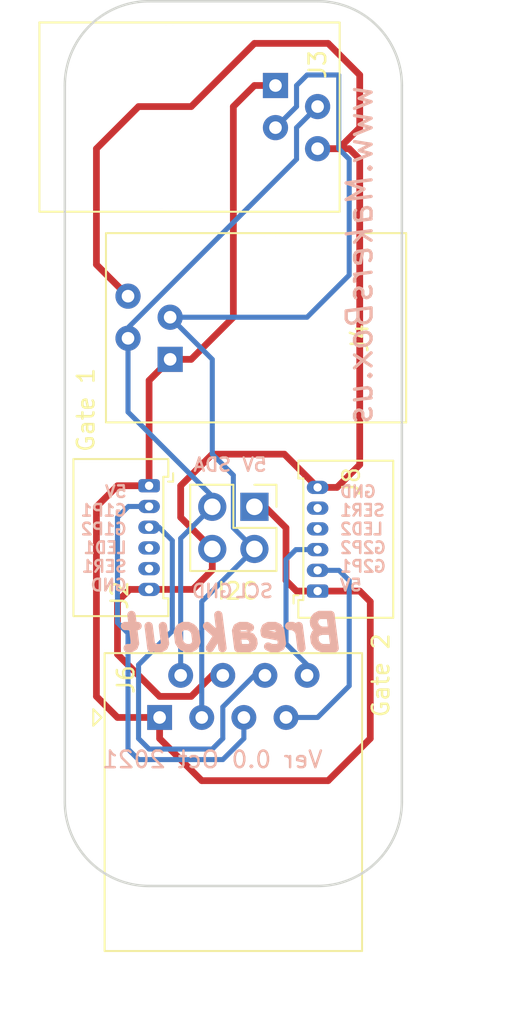
<source format=kicad_pcb>
(kicad_pcb (version 20171130) (host pcbnew "(5.1.10)-1")

  (general
    (thickness 1.6)
    (drawings 19)
    (tracks 110)
    (zones 0)
    (modules 6)
    (nets 13)
  )

  (page A4)
  (layers
    (0 F.Cu signal)
    (31 B.Cu signal)
    (32 B.Adhes user)
    (33 F.Adhes user)
    (34 B.Paste user)
    (35 F.Paste user)
    (36 B.SilkS user)
    (37 F.SilkS user)
    (38 B.Mask user)
    (39 F.Mask user)
    (40 Dwgs.User user)
    (41 Cmts.User user)
    (42 Eco1.User user)
    (43 Eco2.User user)
    (44 Edge.Cuts user)
    (45 Margin user)
    (46 B.CrtYd user)
    (47 F.CrtYd user)
    (48 B.Fab user)
    (49 F.Fab user)
  )

  (setup
    (last_trace_width 0.3048)
    (user_trace_width 0.3048)
    (user_trace_width 0.4064)
    (trace_clearance 0.2)
    (zone_clearance 0.508)
    (zone_45_only no)
    (trace_min 0.2)
    (via_size 0.8)
    (via_drill 0.4)
    (via_min_size 0.4)
    (via_min_drill 0.3)
    (uvia_size 0.3)
    (uvia_drill 0.1)
    (uvias_allowed no)
    (uvia_min_size 0.2)
    (uvia_min_drill 0.1)
    (edge_width 0.15)
    (segment_width 0.2)
    (pcb_text_width 0.3)
    (pcb_text_size 1.5 1.5)
    (mod_edge_width 0.15)
    (mod_text_size 1 1)
    (mod_text_width 0.15)
    (pad_size 1.524 1.524)
    (pad_drill 0.762)
    (pad_to_mask_clearance 0)
    (aux_axis_origin 0 0)
    (visible_elements 7FFFFFFF)
    (pcbplotparams
      (layerselection 0x010f0_ffffffff)
      (usegerberextensions true)
      (usegerberattributes false)
      (usegerberadvancedattributes false)
      (creategerberjobfile false)
      (excludeedgelayer true)
      (linewidth 0.100000)
      (plotframeref false)
      (viasonmask false)
      (mode 1)
      (useauxorigin false)
      (hpglpennumber 1)
      (hpglpenspeed 20)
      (hpglpendiameter 15.000000)
      (psnegative false)
      (psa4output false)
      (plotreference true)
      (plotvalue true)
      (plotinvisibletext false)
      (padsonsilk false)
      (subtractmaskfromsilk false)
      (outputformat 1)
      (mirror false)
      (drillshape 0)
      (scaleselection 1)
      (outputdirectory "gerbers"))
  )

  (net 0 "")
  (net 1 GND)
  (net 2 /SDA)
  (net 3 /SCL)
  (net 4 +5V)
  (net 5 /LED2)
  (net 6 /SERVO1)
  (net 7 /SERVO2)
  (net 8 /LED1)
  (net 9 /G1_P1)
  (net 10 /G1_P2)
  (net 11 /G2_P2)
  (net 12 /G2_P1)

  (net_class Default "This is the default net class."
    (clearance 0.2)
    (trace_width 0.25)
    (via_dia 0.8)
    (via_drill 0.4)
    (uvia_dia 0.3)
    (uvia_drill 0.1)
    (add_net +5V)
    (add_net /G1_P1)
    (add_net /G1_P2)
    (add_net /G2_P1)
    (add_net /G2_P2)
    (add_net /LED1)
    (add_net /LED2)
    (add_net /SCL)
    (add_net /SDA)
    (add_net /SERVO1)
    (add_net /SERVO2)
    (add_net GND)
  )

  (module footprints:RJ45_Amphenol_54602-x08_Horizontal (layer F.Cu) (tedit 6175A321) (tstamp 617BF7CF)
    (at 117.475 147.32)
    (descr "8 Pol Shallow Latch Connector, Modjack, RJ45 (https://cdn.amphenol-icc.com/media/wysiwyg/files/drawing/c-bmj-0102.pdf)")
    (tags RJ45)
    (path /617B99C0)
    (fp_text reference J6 (at -2.032 -2.286 90) (layer F.SilkS)
      (effects (font (size 1 1) (thickness 0.15)))
    )
    (fp_text value "GATES 1&2" (at -4.572 5.842 90) (layer F.SilkS) hide
      (effects (font (size 1 1) (thickness 0.15)))
    )
    (fp_line (start 12.6 14.47) (end -3.71 14.47) (layer F.CrtYd) (width 0.05))
    (fp_line (start 12.6 14.47) (end 12.6 -4.27) (layer F.CrtYd) (width 0.05))
    (fp_line (start -3.71 -4.27) (end -3.71 14.47) (layer F.CrtYd) (width 0.05))
    (fp_line (start -3.71 -4.27) (end 12.6 -4.27) (layer F.CrtYd) (width 0.05))
    (fp_line (start -3.315 -3.88) (end -3.315 14.08) (layer F.SilkS) (width 0.12))
    (fp_line (start 12.205 -3.88) (end -3.315 -3.88) (layer F.SilkS) (width 0.12))
    (fp_line (start 12.205 -3.88) (end 12.205 14.08) (layer F.SilkS) (width 0.12))
    (fp_line (start -3.315 14.08) (end 12.205 14.08) (layer F.SilkS) (width 0.12))
    (fp_line (start -3.205 -2.77) (end -2.205 -3.77) (layer F.Fab) (width 0.12))
    (fp_line (start -2.205 -3.77) (end 12.095 -3.77) (layer F.Fab) (width 0.12))
    (fp_line (start 12.095 -3.77) (end 12.095 13.97) (layer F.Fab) (width 0.12))
    (fp_line (start 12.095 13.97) (end -3.205 13.97) (layer F.Fab) (width 0.12))
    (fp_line (start -3.205 13.97) (end -3.205 -2.77) (layer F.Fab) (width 0.12))
    (fp_line (start -3.5 0) (end -4 -0.5) (layer F.SilkS) (width 0.12))
    (fp_line (start -4 -0.5) (end -4 0.5) (layer F.SilkS) (width 0.12))
    (fp_line (start -4 0.5) (end -3.5 0) (layer F.SilkS) (width 0.12))
    (fp_text user %R (at 4.445 2) (layer F.Fab)
      (effects (font (size 1 1) (thickness 0.15)))
    )
    (pad "" np_thru_hole circle (at 10.16 6.35) (size 3.2 3.2) (drill 3.2) (layers *.Cu *.Mask))
    (pad "" np_thru_hole circle (at -1.27 6.35) (size 3.2 3.2) (drill 3.2) (layers *.Cu *.Mask))
    (pad 1 thru_hole rect (at 0 0) (size 1.5 1.5) (drill 0.76) (layers *.Cu *.Mask)
      (net 4 +5V))
    (pad 2 thru_hole circle (at 1.27 -2.54) (size 1.5 1.5) (drill 0.76) (layers *.Cu *.Mask)
      (net 2 /SDA))
    (pad 3 thru_hole circle (at 2.54 0) (size 1.5 1.5) (drill 0.76) (layers *.Cu *.Mask)
      (net 3 /SCL))
    (pad 4 thru_hole circle (at 3.81 -2.54) (size 1.5 1.5) (drill 0.76) (layers *.Cu *.Mask)
      (net 1 GND))
    (pad 5 thru_hole circle (at 5.08 0) (size 1.5 1.5) (drill 0.76) (layers *.Cu *.Mask)
      (net 9 /G1_P1))
    (pad 6 thru_hole circle (at 6.35 -2.54) (size 1.5 1.5) (drill 0.76) (layers *.Cu *.Mask)
      (net 10 /G1_P2))
    (pad 7 thru_hole circle (at 7.62 0) (size 1.5 1.5) (drill 0.76) (layers *.Cu *.Mask)
      (net 12 /G2_P1))
    (pad 8 thru_hole circle (at 8.89 -2.54) (size 1.5 1.5) (drill 0.76) (layers *.Cu *.Mask)
      (net 11 /G2_P2))
    (model ${KISYS3DMOD}/Connector_RJ.3dshapes/RJ45_Amphenol_54602-x08_Horizontal.wrl
      (at (xyz 0 0 0))
      (scale (xyz 1 1 1))
      (rotate (xyz 0 0 0))
    )
  )

  (module footprints:PinSocket_2x02_P2.54mm_Vertical (layer F.Cu) (tedit 6175A3A9) (tstamp 617BF701)
    (at 123.19 134.62)
    (descr "Through hole straight socket strip, 2x02, 2.54mm pitch, double cols (from Kicad 4.0.7), script generated")
    (tags "Through hole socket strip THT 2x02 2.54mm double row")
    (path /61832E59)
    (fp_text reference J1 (at -1.27 1.27) (layer F.SilkS) hide
      (effects (font (size 1 1) (thickness 0.15)))
    )
    (fp_text value I2C (at -1.016 5.08) (layer F.SilkS)
      (effects (font (size 1 1) (thickness 0.15)))
    )
    (fp_line (start -4.34 4.3) (end -4.34 -1.8) (layer F.CrtYd) (width 0.05))
    (fp_line (start 1.76 4.3) (end -4.34 4.3) (layer F.CrtYd) (width 0.05))
    (fp_line (start 1.76 -1.8) (end 1.76 4.3) (layer F.CrtYd) (width 0.05))
    (fp_line (start -4.34 -1.8) (end 1.76 -1.8) (layer F.CrtYd) (width 0.05))
    (fp_line (start 0 -1.33) (end 1.33 -1.33) (layer F.SilkS) (width 0.12))
    (fp_line (start 1.33 -1.33) (end 1.33 0) (layer F.SilkS) (width 0.12))
    (fp_line (start -1.27 -1.33) (end -1.27 1.27) (layer F.SilkS) (width 0.12))
    (fp_line (start -1.27 1.27) (end 1.33 1.27) (layer F.SilkS) (width 0.12))
    (fp_line (start 1.33 1.27) (end 1.33 3.87) (layer F.SilkS) (width 0.12))
    (fp_line (start -3.87 3.87) (end 1.33 3.87) (layer F.SilkS) (width 0.12))
    (fp_line (start -3.87 -1.33) (end -3.87 3.87) (layer F.SilkS) (width 0.12))
    (fp_line (start -3.87 -1.33) (end -1.27 -1.33) (layer F.SilkS) (width 0.12))
    (fp_line (start -3.81 3.81) (end -3.81 -1.27) (layer F.Fab) (width 0.1))
    (fp_line (start 1.27 3.81) (end -3.81 3.81) (layer F.Fab) (width 0.1))
    (fp_line (start 1.27 -0.27) (end 1.27 3.81) (layer F.Fab) (width 0.1))
    (fp_line (start 0.27 -1.27) (end 1.27 -0.27) (layer F.Fab) (width 0.1))
    (fp_line (start -3.81 -1.27) (end 0.27 -1.27) (layer F.Fab) (width 0.1))
    (fp_text user %R (at 1.88 -1.35) (layer F.Fab)
      (effects (font (size 1 1) (thickness 0.15)))
    )
    (pad 1 thru_hole rect (at 0 0) (size 1.7 1.7) (drill 1) (layers *.Cu *.Mask)
      (net 4 +5V))
    (pad 2 thru_hole oval (at -2.54 0) (size 1.7 1.7) (drill 1) (layers *.Cu *.Mask)
      (net 2 /SDA))
    (pad 3 thru_hole oval (at 0 2.54) (size 1.7 1.7) (drill 1) (layers *.Cu *.Mask)
      (net 3 /SCL))
    (pad 4 thru_hole oval (at -2.54 2.54) (size 1.7 1.7) (drill 1) (layers *.Cu *.Mask)
      (net 1 GND))
    (model ${KISYS3DMOD}/Connector_PinSocket_2.54mm.3dshapes/PinSocket_2x02_P2.54mm_Vertical.wrl
      (at (xyz 0 0 0))
      (scale (xyz 1 1 1))
      (rotate (xyz 0 0 0))
    )
  )

  (module footprints:Molex_PicoBlade_53048-0610_1x06_P1.25mm_Horizontal (layer F.Cu) (tedit 6175A383) (tstamp 617BF71A)
    (at 116.84 133.35 270)
    (descr "Molex PicoBlade Connector System, 53048-0610, 6 Pins per row (http://www.molex.com/pdm_docs/sd/530480210_sd.pdf), generated with kicad-footprint-generator")
    (tags "connector Molex PicoBlade top entry")
    (path /615576E5)
    (fp_text reference J2 (at 6.604 1.778 270) (layer F.SilkS)
      (effects (font (size 1 1) (thickness 0.15)))
    )
    (fp_text value "Gate 1" (at -4.572 3.81 270) (layer F.SilkS)
      (effects (font (size 1 1) (thickness 0.15)))
    )
    (fp_line (start 7.86 4.56) (end 3.125 4.56) (layer F.SilkS) (width 0.12))
    (fp_line (start 7.86 -1.16) (end 7.86 4.56) (layer F.SilkS) (width 0.12))
    (fp_line (start 6.79 -1.16) (end 7.86 -1.16) (layer F.SilkS) (width 0.12))
    (fp_line (start 6.79 -0.86) (end 6.79 -1.16) (layer F.SilkS) (width 0.12))
    (fp_line (start 3.125 -0.86) (end 6.79 -0.86) (layer F.SilkS) (width 0.12))
    (fp_line (start -1.61 4.56) (end 3.125 4.56) (layer F.SilkS) (width 0.12))
    (fp_line (start -1.61 -1.16) (end -1.61 4.56) (layer F.SilkS) (width 0.12))
    (fp_line (start -0.54 -1.16) (end -1.61 -1.16) (layer F.SilkS) (width 0.12))
    (fp_line (start -0.54 -0.86) (end -0.54 -1.16) (layer F.SilkS) (width 0.12))
    (fp_line (start 3.125 -0.86) (end -0.54 -0.86) (layer F.SilkS) (width 0.12))
    (fp_line (start 7.75 4.45) (end 3.125 4.45) (layer F.Fab) (width 0.1))
    (fp_line (start 7.75 -1.05) (end 7.75 4.45) (layer F.Fab) (width 0.1))
    (fp_line (start 6.9 -1.05) (end 7.75 -1.05) (layer F.Fab) (width 0.1))
    (fp_line (start 6.9 -0.75) (end 6.9 -1.05) (layer F.Fab) (width 0.1))
    (fp_line (start 3.125 -0.75) (end 6.9 -0.75) (layer F.Fab) (width 0.1))
    (fp_line (start -1.5 4.45) (end 3.125 4.45) (layer F.Fab) (width 0.1))
    (fp_line (start -1.5 -1.05) (end -1.5 4.45) (layer F.Fab) (width 0.1))
    (fp_line (start -0.65 -1.05) (end -1.5 -1.05) (layer F.Fab) (width 0.1))
    (fp_line (start -0.65 -0.75) (end -0.65 -1.05) (layer F.Fab) (width 0.1))
    (fp_line (start 3.125 -0.75) (end -0.65 -0.75) (layer F.Fab) (width 0.1))
    (fp_line (start 8.25 4.95) (end 3.13 4.95) (layer F.CrtYd) (width 0.05))
    (fp_line (start 8.25 -1.55) (end 8.25 4.95) (layer F.CrtYd) (width 0.05))
    (fp_line (start 6.4 -1.55) (end 8.25 -1.55) (layer F.CrtYd) (width 0.05))
    (fp_line (start 6.4 -1.25) (end 6.4 -1.55) (layer F.CrtYd) (width 0.05))
    (fp_line (start 3.13 -1.25) (end 6.4 -1.25) (layer F.CrtYd) (width 0.05))
    (fp_line (start -2 4.95) (end 3.12 4.95) (layer F.CrtYd) (width 0.05))
    (fp_line (start -2 -1.55) (end -2 4.95) (layer F.CrtYd) (width 0.05))
    (fp_line (start -0.15 -1.55) (end -2 -1.55) (layer F.CrtYd) (width 0.05))
    (fp_line (start -0.15 -1.25) (end -0.15 -1.55) (layer F.CrtYd) (width 0.05))
    (fp_line (start 3.12 -1.25) (end -0.15 -1.25) (layer F.CrtYd) (width 0.05))
    (fp_line (start 0 -0.042893) (end 0.5 -0.75) (layer F.Fab) (width 0.1))
    (fp_line (start -0.5 -0.75) (end 0 -0.042893) (layer F.Fab) (width 0.1))
    (fp_line (start -0.25 -1.45) (end -0.75 -1.45) (layer F.SilkS) (width 0.12))
    (fp_line (start -0.25 -1.15) (end -0.25 -1.45) (layer F.SilkS) (width 0.12))
    (fp_text user %R (at 6.604 1.778 90) (layer F.Fab)
      (effects (font (size 1 1) (thickness 0.15)))
    )
    (pad 1 thru_hole roundrect (at 0 0 270) (size 0.8 1.3) (drill 0.5) (layers *.Cu *.Mask) (roundrect_rratio 0.25)
      (net 4 +5V))
    (pad 2 thru_hole oval (at 1.25 0 270) (size 0.8 1.3) (drill 0.5) (layers *.Cu *.Mask)
      (net 9 /G1_P1))
    (pad 3 thru_hole oval (at 2.5 0 270) (size 0.8 1.3) (drill 0.5) (layers *.Cu *.Mask)
      (net 10 /G1_P2))
    (pad 4 thru_hole oval (at 3.75 0 270) (size 0.8 1.3) (drill 0.5) (layers *.Cu *.Mask)
      (net 8 /LED1))
    (pad 5 thru_hole oval (at 5 0 270) (size 0.8 1.3) (drill 0.5) (layers *.Cu *.Mask)
      (net 6 /SERVO1))
    (pad 6 thru_hole oval (at 6.25 0 270) (size 0.8 1.3) (drill 0.5) (layers *.Cu *.Mask)
      (net 1 GND))
    (model ${KISYS3DMOD}/Connector_Molex.3dshapes/Molex_PicoBlade_53048-0610_1x06_P1.25mm_Horizontal.wrl
      (at (xyz 0 0 0))
      (scale (xyz 1 1 1))
      (rotate (xyz 0 0 0))
    )
  )

  (module footprints:Molex_PicoBlade_53048-0610_1x06_P1.25mm_Horizontal (layer F.Cu) (tedit 6175E952) (tstamp 617BF80B)
    (at 127 139.7 90)
    (descr "Molex PicoBlade Connector System, 53048-0610, 6 Pins per row (http://www.molex.com/pdm_docs/sd/530480210_sd.pdf), generated with kicad-footprint-generator")
    (tags "connector Molex PicoBlade top entry")
    (path /618956BA)
    (fp_text reference J8 (at 6.604 2.032 90) (layer F.SilkS)
      (effects (font (size 1 1) (thickness 0.15)))
    )
    (fp_text value "Gate 2" (at -5.08 3.81 90) (layer F.SilkS)
      (effects (font (size 1 1) (thickness 0.15)))
    )
    (fp_line (start -0.25 -1.15) (end -0.25 -1.45) (layer F.SilkS) (width 0.12))
    (fp_line (start -0.25 -1.45) (end -0.75 -1.45) (layer F.SilkS) (width 0.12))
    (fp_line (start -0.5 -0.75) (end 0 -0.042893) (layer F.Fab) (width 0.1))
    (fp_line (start 0 -0.042893) (end 0.5 -0.75) (layer F.Fab) (width 0.1))
    (fp_line (start 3.12 -1.25) (end -0.15 -1.25) (layer F.CrtYd) (width 0.05))
    (fp_line (start -0.15 -1.25) (end -0.15 -1.55) (layer F.CrtYd) (width 0.05))
    (fp_line (start -0.15 -1.55) (end -2 -1.55) (layer F.CrtYd) (width 0.05))
    (fp_line (start -2 -1.55) (end -2 4.95) (layer F.CrtYd) (width 0.05))
    (fp_line (start -2 4.95) (end 3.12 4.95) (layer F.CrtYd) (width 0.05))
    (fp_line (start 3.13 -1.25) (end 6.4 -1.25) (layer F.CrtYd) (width 0.05))
    (fp_line (start 6.4 -1.25) (end 6.4 -1.55) (layer F.CrtYd) (width 0.05))
    (fp_line (start 6.4 -1.55) (end 8.25 -1.55) (layer F.CrtYd) (width 0.05))
    (fp_line (start 8.25 -1.55) (end 8.25 4.95) (layer F.CrtYd) (width 0.05))
    (fp_line (start 8.25 4.95) (end 3.13 4.95) (layer F.CrtYd) (width 0.05))
    (fp_line (start 3.125 -0.75) (end -0.65 -0.75) (layer F.Fab) (width 0.1))
    (fp_line (start -0.65 -0.75) (end -0.65 -1.05) (layer F.Fab) (width 0.1))
    (fp_line (start -0.65 -1.05) (end -1.5 -1.05) (layer F.Fab) (width 0.1))
    (fp_line (start -1.5 -1.05) (end -1.5 4.45) (layer F.Fab) (width 0.1))
    (fp_line (start -1.5 4.45) (end 3.125 4.45) (layer F.Fab) (width 0.1))
    (fp_line (start 3.125 -0.75) (end 6.9 -0.75) (layer F.Fab) (width 0.1))
    (fp_line (start 6.9 -0.75) (end 6.9 -1.05) (layer F.Fab) (width 0.1))
    (fp_line (start 6.9 -1.05) (end 7.75 -1.05) (layer F.Fab) (width 0.1))
    (fp_line (start 7.75 -1.05) (end 7.75 4.45) (layer F.Fab) (width 0.1))
    (fp_line (start 7.75 4.45) (end 3.125 4.45) (layer F.Fab) (width 0.1))
    (fp_line (start 3.125 -0.86) (end -0.54 -0.86) (layer F.SilkS) (width 0.12))
    (fp_line (start -0.54 -0.86) (end -0.54 -1.16) (layer F.SilkS) (width 0.12))
    (fp_line (start -0.54 -1.16) (end -1.61 -1.16) (layer F.SilkS) (width 0.12))
    (fp_line (start -1.61 -1.16) (end -1.61 4.56) (layer F.SilkS) (width 0.12))
    (fp_line (start -1.61 4.56) (end 3.125 4.56) (layer F.SilkS) (width 0.12))
    (fp_line (start 3.125 -0.86) (end 6.79 -0.86) (layer F.SilkS) (width 0.12))
    (fp_line (start 6.79 -0.86) (end 6.79 -1.16) (layer F.SilkS) (width 0.12))
    (fp_line (start 6.79 -1.16) (end 7.86 -1.16) (layer F.SilkS) (width 0.12))
    (fp_line (start 7.86 -1.16) (end 7.86 4.56) (layer F.SilkS) (width 0.12))
    (fp_line (start 7.86 4.56) (end 3.125 4.56) (layer F.SilkS) (width 0.12))
    (fp_text user %R (at 6.604 1.778 270) (layer F.Fab)
      (effects (font (size 1 1) (thickness 0.15)))
    )
    (pad 6 thru_hole oval (at 6.25 0 90) (size 0.8 1.3) (drill 0.5) (layers *.Cu *.Mask)
      (net 1 GND))
    (pad 5 thru_hole oval (at 5 0 90) (size 0.8 1.3) (drill 0.5) (layers *.Cu *.Mask)
      (net 7 /SERVO2))
    (pad 4 thru_hole oval (at 3.75 0 90) (size 0.8 1.3) (drill 0.5) (layers *.Cu *.Mask)
      (net 5 /LED2))
    (pad 3 thru_hole oval (at 2.5 0 90) (size 0.8 1.3) (drill 0.5) (layers *.Cu *.Mask)
      (net 11 /G2_P2))
    (pad 2 thru_hole oval (at 1.25 0 90) (size 0.8 1.3) (drill 0.5) (layers *.Cu *.Mask)
      (net 12 /G2_P1))
    (pad 1 thru_hole roundrect (at 0 0 90) (size 0.8 1.3) (drill 0.5) (layers *.Cu *.Mask) (roundrect_rratio 0.25)
      (net 4 +5V))
    (model ${KISYS3DMOD}/Connector_Molex.3dshapes/Molex_PicoBlade_53048-0610_1x06_P1.25mm_Horizontal.wrl
      (at (xyz 0 0 0))
      (scale (xyz 1 1 1))
      (rotate (xyz 0 0 0))
    )
  )

  (module footprints:4P4C_narrow (layer F.Cu) (tedit 6175E958) (tstamp 617CFAA7)
    (at 127 109.22 270)
    (tags "4P4C connector RJ10")
    (path /61951F85)
    (fp_text reference J3 (at -1.27 0 270) (layer F.SilkS)
      (effects (font (size 1 1) (thickness 0.15)))
    )
    (fp_text value I2C (at 1.905 18.3 270) (layer F.Fab)
      (effects (font (size 1 1) (thickness 0.15)))
    )
    (fp_line (start -3.8 16.77) (end -3.8 1.33) (layer F.Fab) (width 0.1))
    (fp_line (start -3.8 -1.33) (end 7.61 -1.33) (layer F.Fab) (width 0.1))
    (fp_line (start 7.61 -1.33) (end 7.61 16.77) (layer F.Fab) (width 0.1))
    (fp_line (start 7.61 16.77) (end -3.81 16.77) (layer F.Fab) (width 0.1))
    (fp_line (start -4.04 -1.73) (end 7.85 -1.73) (layer F.CrtYd) (width 0.05))
    (fp_line (start 7.85 -1.73) (end 7.85 17.27) (layer F.CrtYd) (width 0.05))
    (fp_line (start 7.85 17.27) (end -4.04 17.27) (layer F.CrtYd) (width 0.05))
    (fp_line (start -4.04 17.27) (end -4.04 -1.73) (layer F.CrtYd) (width 0.05))
    (fp_line (start -3.8 -1.33) (end 7.61 -1.33) (layer F.SilkS) (width 0.12))
    (fp_line (start 7.61 -1.33) (end 7.61 16.77) (layer F.SilkS) (width 0.12))
    (fp_line (start 7.61 16.77) (end -3.81 16.77) (layer F.SilkS) (width 0.12))
    (fp_line (start -3.8 16.77) (end -3.8 -1.33) (layer F.SilkS) (width 0.12))
    (fp_text user %R (at 3.16 7.76 270) (layer F.Fab)
      (effects (font (size 1 1) (thickness 0.15)))
    )
    (pad "" np_thru_hole circle (at 5.76 8.89 270) (size 3.25 3.25) (drill 3.25) (layers *.Cu *.Mask))
    (pad 4 thru_hole circle (at 3.81 0 270) (size 1.52 1.52) (drill 0.76) (layers *.Cu *.Mask)
      (net 1 GND))
    (pad 3 thru_hole circle (at 2.54 2.54 270) (size 1.52 1.52) (drill 0.76) (layers *.Cu *.Mask)
      (net 3 /SCL))
    (pad 2 thru_hole circle (at 1.27 0 270) (size 1.52 1.52) (drill 0.76) (layers *.Cu *.Mask)
      (net 2 /SDA))
    (pad "" np_thru_hole circle (at -1.86 8.89 270) (size 3.25 3.25) (drill 3.25) (layers *.Cu *.Mask))
    (pad 1 thru_hole rect (at 0 2.54 270) (size 1.52 1.52) (drill 0.76) (layers *.Cu *.Mask)
      (net 4 +5V))
    (model ${KISYS3DMOD}/LibreSolar.3dshapes/Molex_4P4C_9550124x1.stp
      (offset (xyz 1.9 -16.8 5.8))
      (scale (xyz 1 1 1))
      (rotate (xyz -90 0 0))
    )
  )

  (module footprints:4P4C_narrow (layer F.Cu) (tedit 6175E93D) (tstamp 617CFABD)
    (at 115.57 125.73 90)
    (tags "4P4C connector RJ10")
    (path /619535B7)
    (fp_text reference J4 (at 1.27 13.97 90) (layer F.SilkS)
      (effects (font (size 1 1) (thickness 0.15)))
    )
    (fp_text value I2C (at 1.905 18.3 90) (layer F.Fab)
      (effects (font (size 1 1) (thickness 0.15)))
    )
    (fp_text user %R (at 3.16 7.76 90) (layer F.Fab)
      (effects (font (size 1 1) (thickness 0.15)))
    )
    (fp_line (start -3.8 16.77) (end -3.8 -1.33) (layer F.SilkS) (width 0.12))
    (fp_line (start 7.61 16.77) (end -3.81 16.77) (layer F.SilkS) (width 0.12))
    (fp_line (start 7.61 -1.33) (end 7.61 16.77) (layer F.SilkS) (width 0.12))
    (fp_line (start -3.8 -1.33) (end 7.61 -1.33) (layer F.SilkS) (width 0.12))
    (fp_line (start -4.04 17.27) (end -4.04 -1.73) (layer F.CrtYd) (width 0.05))
    (fp_line (start 7.85 17.27) (end -4.04 17.27) (layer F.CrtYd) (width 0.05))
    (fp_line (start 7.85 -1.73) (end 7.85 17.27) (layer F.CrtYd) (width 0.05))
    (fp_line (start -4.04 -1.73) (end 7.85 -1.73) (layer F.CrtYd) (width 0.05))
    (fp_line (start 7.61 16.77) (end -3.81 16.77) (layer F.Fab) (width 0.1))
    (fp_line (start 7.61 -1.33) (end 7.61 16.77) (layer F.Fab) (width 0.1))
    (fp_line (start -3.8 -1.33) (end 7.61 -1.33) (layer F.Fab) (width 0.1))
    (fp_line (start -3.8 16.77) (end -3.8 1.33) (layer F.Fab) (width 0.1))
    (pad 1 thru_hole rect (at 0 2.54 90) (size 1.52 1.52) (drill 0.76) (layers *.Cu *.Mask)
      (net 4 +5V))
    (pad "" np_thru_hole circle (at -1.86 8.89 90) (size 3.25 3.25) (drill 3.25) (layers *.Cu *.Mask))
    (pad 2 thru_hole circle (at 1.27 0 90) (size 1.52 1.52) (drill 0.76) (layers *.Cu *.Mask)
      (net 2 /SDA))
    (pad 3 thru_hole circle (at 2.54 2.54 90) (size 1.52 1.52) (drill 0.76) (layers *.Cu *.Mask)
      (net 3 /SCL))
    (pad 4 thru_hole circle (at 3.81 0 90) (size 1.52 1.52) (drill 0.76) (layers *.Cu *.Mask)
      (net 1 GND))
    (pad "" np_thru_hole circle (at 5.76 8.89 90) (size 3.25 3.25) (drill 3.25) (layers *.Cu *.Mask))
    (model ${KISYS3DMOD}/LibreSolar.3dshapes/Molex_4P4C_9550124x1.stp
      (offset (xyz 1.9 -16.8 5.8))
      (scale (xyz 1 1 1))
      (rotate (xyz -90 0 0))
    )
  )

  (dimension 20.32 (width 0.15) (layer Dwgs.User)
    (gr_text "0.8000 in" (at 121.92 166.4) (layer Dwgs.User)
      (effects (font (size 1 1) (thickness 0.15)))
    )
    (feature1 (pts (xy 132.08 152.4) (xy 132.08 165.686421)))
    (feature2 (pts (xy 111.76 152.4) (xy 111.76 165.686421)))
    (crossbar (pts (xy 111.76 165.1) (xy 132.08 165.1)))
    (arrow1a (pts (xy 132.08 165.1) (xy 130.953496 165.686421)))
    (arrow1b (pts (xy 132.08 165.1) (xy 130.953496 164.513579)))
    (arrow2a (pts (xy 111.76 165.1) (xy 112.886504 165.686421)))
    (arrow2b (pts (xy 111.76 165.1) (xy 112.886504 164.513579)))
  )
  (dimension 53.34 (width 0.15) (layer Dwgs.User)
    (gr_text "53.34 mm" (at 138.46 130.81 90) (layer Dwgs.User)
      (effects (font (size 1 1) (thickness 0.15)))
    )
    (feature1 (pts (xy 127 104.14) (xy 137.746421 104.14)))
    (feature2 (pts (xy 127 157.48) (xy 137.746421 157.48)))
    (crossbar (pts (xy 137.16 157.48) (xy 137.16 104.14)))
    (arrow1a (pts (xy 137.16 104.14) (xy 137.746421 105.266504)))
    (arrow1b (pts (xy 137.16 104.14) (xy 136.573579 105.266504)))
    (arrow2a (pts (xy 137.16 157.48) (xy 137.746421 156.353496)))
    (arrow2b (pts (xy 137.16 157.48) (xy 136.573579 156.353496)))
  )
  (gr_line (start 127 104.14) (end 116.84 104.14) (angle 90) (layer Edge.Cuts) (width 0.15))
  (gr_arc (start 127 109.22) (end 127 104.14) (angle 90) (layer Edge.Cuts) (width 0.15))
  (gr_line (start 132.08 152.4) (end 132.08 109.22) (angle 90) (layer Edge.Cuts) (width 0.15))
  (gr_line (start 116.84 157.48) (end 127 157.48) (angle 90) (layer Edge.Cuts) (width 0.15))
  (gr_arc (start 116.84 109.22) (end 111.76 109.22) (angle 90) (layer Edge.Cuts) (width 0.15))
  (gr_line (start 111.76 152.4) (end 111.76 109.22) (angle 90) (layer Edge.Cuts) (width 0.15))
  (gr_arc (start 127 152.4) (end 132.08 152.4) (angle 90) (layer Edge.Cuts) (width 0.15))
  (gr_arc (start 116.84 152.4) (end 116.84 157.48) (angle 90) (layer Edge.Cuts) (width 0.15))
  (gr_text "GND\nSER1\nLED2\nG2P2\nG2P1\n5V" (at 128.27 136.525) (layer B.SilkS) (tstamp 617D9BF6)
    (effects (font (size 0.7 0.7) (thickness 0.15)) (justify right mirror))
  )
  (gr_text www.MakersBox.us (at 129.54 119.38 90) (layer B.SilkS)
    (effects (font (size 1.5 1.5) (thickness 0.2) italic) (justify mirror))
  )
  (gr_text "Ver 0.0 Oct 2021" (at 120.65 149.86) (layer B.SilkS)
    (effects (font (size 1 1) (thickness 0.15)) (justify mirror))
  )
  (gr_text Breakout (at 121.92 142.24) (layer B.SilkS)
    (effects (font (size 2 2) (thickness 0.5) italic) (justify mirror))
  )
  (gr_text 5V (at 123.19 132.08) (layer B.SilkS) (tstamp 617C2B20)
    (effects (font (size 0.8 0.8) (thickness 0.15)) (justify mirror))
  )
  (gr_text GND (at 120.65 139.7) (layer B.SilkS) (tstamp 617C2B1C)
    (effects (font (size 0.8 0.8) (thickness 0.15)) (justify mirror))
  )
  (gr_text SCL (at 123.19 139.7) (layer B.SilkS) (tstamp 617C2B18)
    (effects (font (size 0.8 0.8) (thickness 0.15)) (justify mirror))
  )
  (gr_text SDA (at 120.65 132.08) (layer B.SilkS)
    (effects (font (size 0.8 0.8) (thickness 0.15)) (justify mirror))
  )
  (gr_text "5V\nG1P1\nG1P2\nLED1\nSER1\nGND" (at 115.57 136.525) (layer B.SilkS) (tstamp 617C2948)
    (effects (font (size 0.7 0.7) (thickness 0.15)) (justify left mirror))
  )

  (segment (start 121.285 144.78) (end 120.65 144.78) (width 0.4064) (layer F.Cu) (net 1) (status C00000))
  (segment (start 115.67 139.6) (end 116.84 139.6) (width 0.4064) (layer F.Cu) (net 1) (tstamp 617DA122) (status 800000))
  (segment (start 114.935 140.335) (end 115.67 139.6) (width 0.4064) (layer F.Cu) (net 1) (tstamp 617DA121))
  (segment (start 114.935 143.51) (end 114.935 140.335) (width 0.4064) (layer F.Cu) (net 1) (tstamp 617DA120))
  (segment (start 117.475 146.05) (end 114.935 143.51) (width 0.4064) (layer F.Cu) (net 1) (tstamp 617DA11F))
  (segment (start 119.38 146.05) (end 117.475 146.05) (width 0.4064) (layer F.Cu) (net 1) (tstamp 617DA11E))
  (segment (start 120.65 144.78) (end 119.38 146.05) (width 0.4064) (layer F.Cu) (net 1) (tstamp 617DA11D) (status 400000))
  (segment (start 116.84 139.6) (end 119.48 139.6) (width 0.4064) (layer F.Cu) (net 1) (status 400000))
  (segment (start 120.65 138.43) (end 120.65 137.16) (width 0.4064) (layer F.Cu) (net 1) (tstamp 617DA126) (status 800000))
  (segment (start 119.48 139.6) (end 120.65 138.43) (width 0.4064) (layer F.Cu) (net 1) (tstamp 617DA125))
  (segment (start 127 113.03) (end 128.27 113.03) (width 0.4064) (layer F.Cu) (net 1) (status 400000))
  (segment (start 128.27 113.03) (end 129.54 111.76) (width 0.4064) (layer F.Cu) (net 1) (tstamp 617DA12C))
  (segment (start 129.54 111.76) (end 129.54 108.585) (width 0.4064) (layer F.Cu) (net 1) (tstamp 617DA12D))
  (segment (start 129.54 108.585) (end 127.635 106.68) (width 0.4064) (layer F.Cu) (net 1) (tstamp 617DA12E))
  (segment (start 127.635 106.68) (end 123.19 106.68) (width 0.4064) (layer F.Cu) (net 1) (tstamp 617DA130))
  (segment (start 123.19 106.68) (end 119.38 110.49) (width 0.4064) (layer F.Cu) (net 1) (tstamp 617DA132))
  (segment (start 119.38 110.49) (end 116.205 110.49) (width 0.4064) (layer F.Cu) (net 1) (tstamp 617DA134))
  (segment (start 116.205 110.49) (end 113.665 113.03) (width 0.4064) (layer F.Cu) (net 1) (tstamp 617DA136))
  (segment (start 113.665 113.03) (end 113.665 120.015) (width 0.4064) (layer F.Cu) (net 1) (tstamp 617DA138))
  (segment (start 113.665 120.015) (end 115.57 121.92) (width 0.4064) (layer F.Cu) (net 1) (tstamp 617DA13A) (status 800000))
  (segment (start 120.65 137.16) (end 119.38 135.89) (width 0.4064) (layer F.Cu) (net 1) (status 400000))
  (segment (start 124.995 131.445) (end 127 133.45) (width 0.4064) (layer F.Cu) (net 1) (tstamp 617DA142) (status 800000))
  (segment (start 120.65 131.445) (end 124.995 131.445) (width 0.4064) (layer F.Cu) (net 1) (tstamp 617DA141))
  (segment (start 118.745 133.35) (end 120.65 131.445) (width 0.4064) (layer F.Cu) (net 1) (tstamp 617DA140))
  (segment (start 118.745 135.255) (end 118.745 133.35) (width 0.4064) (layer F.Cu) (net 1) (tstamp 617DA13F))
  (segment (start 119.38 135.89) (end 118.745 135.255) (width 0.4064) (layer F.Cu) (net 1) (tstamp 617DA13E))
  (segment (start 127 133.45) (end 128.17 133.45) (width 0.4064) (layer F.Cu) (net 1) (status 400000))
  (segment (start 128.905 113.03) (end 127 113.03) (width 0.4064) (layer F.Cu) (net 1) (tstamp 617DA149) (status 800000))
  (segment (start 129.54 113.665) (end 128.905 113.03) (width 0.4064) (layer F.Cu) (net 1) (tstamp 617DA148))
  (segment (start 129.54 132.08) (end 129.54 113.665) (width 0.4064) (layer F.Cu) (net 1) (tstamp 617DA147))
  (segment (start 128.17 133.45) (end 129.54 132.08) (width 0.4064) (layer F.Cu) (net 1) (tstamp 617DA146))
  (segment (start 118.745 144.78) (end 118.745 136.525) (width 0.3048) (layer B.Cu) (net 2) (status 400000))
  (segment (start 118.745 136.525) (end 120.65 134.62) (width 0.3048) (layer B.Cu) (net 2) (tstamp 617DA14D) (status 800000))
  (segment (start 120.65 134.62) (end 120.65 133.985) (width 0.3048) (layer B.Cu) (net 2) (status C00000))
  (segment (start 115.57 128.905) (end 115.57 124.46) (width 0.3048) (layer B.Cu) (net 2) (tstamp 617DA156) (status 800000))
  (segment (start 120.65 133.985) (end 115.57 128.905) (width 0.3048) (layer B.Cu) (net 2) (tstamp 617DA155) (status 400000))
  (segment (start 115.57 124.46) (end 115.57 123.825) (width 0.3048) (layer B.Cu) (net 2) (status C00000))
  (segment (start 125.73 111.76) (end 127 110.49) (width 0.3048) (layer B.Cu) (net 2) (tstamp 617DA165) (status 800000))
  (segment (start 125.73 113.665) (end 125.73 111.76) (width 0.3048) (layer B.Cu) (net 2) (tstamp 617DA163))
  (segment (start 115.57 123.825) (end 125.73 113.665) (width 0.3048) (layer B.Cu) (net 2) (tstamp 617DA162) (status 400000))
  (segment (start 120.015 147.32) (end 120.015 140.335) (width 0.3048) (layer B.Cu) (net 3) (status 400000))
  (segment (start 120.015 140.335) (end 123.19 137.16) (width 0.3048) (layer B.Cu) (net 3) (tstamp 617DA151) (status 800000))
  (segment (start 123.19 137.16) (end 121.92 135.89) (width 0.3048) (layer B.Cu) (net 3) (status 400000))
  (segment (start 120.65 125.73) (end 118.11 123.19) (width 0.3048) (layer B.Cu) (net 3) (tstamp 617DA15E) (status 800000))
  (segment (start 120.65 131.445) (end 120.65 125.73) (width 0.3048) (layer B.Cu) (net 3) (tstamp 617DA15C))
  (segment (start 121.92 132.715) (end 120.65 131.445) (width 0.3048) (layer B.Cu) (net 3) (tstamp 617DA15B))
  (segment (start 121.92 135.89) (end 121.92 132.715) (width 0.3048) (layer B.Cu) (net 3) (tstamp 617DA15A))
  (segment (start 124.46 111.76) (end 125.73 110.49) (width 0.3048) (layer B.Cu) (net 3) (status 400000))
  (segment (start 126.365 123.19) (end 118.11 123.19) (width 0.3048) (layer B.Cu) (net 3) (tstamp 617DA171) (status 800000))
  (segment (start 128.905 120.65) (end 126.365 123.19) (width 0.3048) (layer B.Cu) (net 3) (tstamp 617DA16F))
  (segment (start 128.905 113.665) (end 128.905 120.65) (width 0.3048) (layer B.Cu) (net 3) (tstamp 617DA16E))
  (segment (start 128.27 113.03) (end 128.905 113.665) (width 0.3048) (layer B.Cu) (net 3) (tstamp 617DA16D))
  (segment (start 128.27 108.585) (end 128.27 113.03) (width 0.3048) (layer B.Cu) (net 3) (tstamp 617DA16C))
  (segment (start 126.365 108.585) (end 128.27 108.585) (width 0.3048) (layer B.Cu) (net 3) (tstamp 617DA16B))
  (segment (start 125.73 109.22) (end 126.365 108.585) (width 0.3048) (layer B.Cu) (net 3) (tstamp 617DA16A))
  (segment (start 125.73 110.49) (end 125.73 109.22) (width 0.3048) (layer B.Cu) (net 3) (tstamp 617DA169))
  (segment (start 117.475 147.32) (end 114.935 147.32) (width 0.4064) (layer F.Cu) (net 4) (status 400000))
  (segment (start 114.935 133.35) (end 116.84 133.35) (width 0.4064) (layer F.Cu) (net 4) (tstamp 617DA100) (status 800000))
  (segment (start 113.665 134.62) (end 114.935 133.35) (width 0.4064) (layer F.Cu) (net 4) (tstamp 617DA0FF))
  (segment (start 113.665 146.05) (end 113.665 134.62) (width 0.4064) (layer F.Cu) (net 4) (tstamp 617DA0FE))
  (segment (start 114.935 147.32) (end 113.665 146.05) (width 0.4064) (layer F.Cu) (net 4) (tstamp 617DA0FD))
  (segment (start 116.84 133.35) (end 116.84 127) (width 0.4064) (layer F.Cu) (net 4) (status 400000))
  (segment (start 116.84 127) (end 118.11 125.73) (width 0.4064) (layer F.Cu) (net 4) (tstamp 617DA103) (status 800000))
  (segment (start 118.11 125.73) (end 119.38 125.73) (width 0.4064) (layer F.Cu) (net 4) (status 400000))
  (segment (start 123.19 109.22) (end 124.46 109.22) (width 0.4064) (layer F.Cu) (net 4) (tstamp 617DA10A) (status 800000))
  (segment (start 121.92 110.49) (end 123.19 109.22) (width 0.4064) (layer F.Cu) (net 4) (tstamp 617DA109))
  (segment (start 121.92 123.19) (end 121.92 110.49) (width 0.4064) (layer F.Cu) (net 4) (tstamp 617DA107))
  (segment (start 119.38 125.73) (end 121.92 123.19) (width 0.4064) (layer F.Cu) (net 4) (tstamp 617DA106))
  (segment (start 117.475 147.32) (end 117.475 148.59) (width 0.4064) (layer F.Cu) (net 4) (status 400000))
  (segment (start 129.54 139.7) (end 127 139.7) (width 0.4064) (layer F.Cu) (net 4) (tstamp 617DA114) (status 800000))
  (segment (start 130.175 140.335) (end 129.54 139.7) (width 0.4064) (layer F.Cu) (net 4) (tstamp 617DA113))
  (segment (start 130.175 148.59) (end 130.175 140.335) (width 0.4064) (layer F.Cu) (net 4) (tstamp 617DA111))
  (segment (start 127.635 151.13) (end 130.175 148.59) (width 0.4064) (layer F.Cu) (net 4) (tstamp 617DA110))
  (segment (start 120.015 151.13) (end 127.635 151.13) (width 0.4064) (layer F.Cu) (net 4) (tstamp 617DA10E))
  (segment (start 117.475 148.59) (end 120.015 151.13) (width 0.4064) (layer F.Cu) (net 4) (tstamp 617DA10D))
  (segment (start 127 139.7) (end 125.73 139.7) (width 0.4064) (layer F.Cu) (net 4) (status 400000))
  (segment (start 123.825 134.62) (end 123.19 134.62) (width 0.4064) (layer F.Cu) (net 4) (tstamp 617DA11A) (status C00000))
  (segment (start 125.095 135.89) (end 123.825 134.62) (width 0.4064) (layer F.Cu) (net 4) (tstamp 617DA119) (status 800000))
  (segment (start 125.095 139.065) (end 125.095 135.89) (width 0.4064) (layer F.Cu) (net 4) (tstamp 617DA118))
  (segment (start 125.73 139.7) (end 125.095 139.065) (width 0.4064) (layer F.Cu) (net 4) (tstamp 617DA117))
  (segment (start 122.555 147.32) (end 122.555 148.59) (width 0.3048) (layer B.Cu) (net 9) (status 400000))
  (segment (start 115.59 134.6) (end 116.84 134.6) (width 0.3048) (layer B.Cu) (net 9) (tstamp 617DA19A) (status 800000))
  (segment (start 114.935 135.255) (end 115.59 134.6) (width 0.3048) (layer B.Cu) (net 9) (tstamp 617DA199))
  (segment (start 114.935 141.605) (end 114.935 135.255) (width 0.3048) (layer B.Cu) (net 9) (tstamp 617DA198))
  (segment (start 115.57 142.24) (end 114.935 141.605) (width 0.3048) (layer B.Cu) (net 9) (tstamp 617DA197))
  (segment (start 115.57 149.225) (end 115.57 142.24) (width 0.3048) (layer B.Cu) (net 9) (tstamp 617DA196))
  (segment (start 116.205 149.86) (end 115.57 149.225) (width 0.3048) (layer B.Cu) (net 9) (tstamp 617DA195))
  (segment (start 121.285 149.86) (end 116.205 149.86) (width 0.3048) (layer B.Cu) (net 9) (tstamp 617DA193))
  (segment (start 122.555 148.59) (end 121.285 149.86) (width 0.3048) (layer B.Cu) (net 9) (tstamp 617DA191))
  (segment (start 123.825 144.78) (end 123.19 144.78) (width 0.3048) (layer B.Cu) (net 10) (status C00000))
  (segment (start 117.435 135.85) (end 116.84 135.85) (width 0.3048) (layer B.Cu) (net 10) (tstamp 617DA18E) (status C00000))
  (segment (start 118.240198 136.655198) (end 117.435 135.85) (width 0.3048) (layer B.Cu) (net 10) (tstamp 617DA18D) (status 800000))
  (segment (start 118.240198 142.109802) (end 118.240198 136.655198) (width 0.3048) (layer B.Cu) (net 10) (tstamp 617DA18B))
  (segment (start 116.205 144.145) (end 118.240198 142.109802) (width 0.3048) (layer B.Cu) (net 10) (tstamp 617DA189))
  (segment (start 116.205 148.59) (end 116.205 144.145) (width 0.3048) (layer B.Cu) (net 10) (tstamp 617DA188))
  (segment (start 116.84 149.225) (end 116.205 148.59) (width 0.3048) (layer B.Cu) (net 10) (tstamp 617DA187))
  (segment (start 120.65 149.225) (end 116.84 149.225) (width 0.3048) (layer B.Cu) (net 10) (tstamp 617DA186))
  (segment (start 121.285 148.59) (end 120.65 149.225) (width 0.3048) (layer B.Cu) (net 10) (tstamp 617DA185))
  (segment (start 121.285 146.685) (end 121.285 148.59) (width 0.3048) (layer B.Cu) (net 10) (tstamp 617DA184))
  (segment (start 123.19 144.78) (end 121.285 146.685) (width 0.3048) (layer B.Cu) (net 10) (tstamp 617DA183) (status 400000))
  (segment (start 126.365 144.78) (end 126.365 144.145) (width 0.3048) (layer B.Cu) (net 11) (status C00000))
  (segment (start 125.69 137.2) (end 127 137.2) (width 0.3048) (layer B.Cu) (net 11) (tstamp 617DA1A1) (status 800000))
  (segment (start 125.095 137.795) (end 125.69 137.2) (width 0.3048) (layer B.Cu) (net 11) (tstamp 617DA1A0))
  (segment (start 125.095 142.875) (end 125.095 137.795) (width 0.3048) (layer B.Cu) (net 11) (tstamp 617DA19E))
  (segment (start 126.365 144.145) (end 125.095 142.875) (width 0.3048) (layer B.Cu) (net 11) (tstamp 617DA19D) (status 400000))
  (segment (start 125.095 147.32) (end 127 147.32) (width 0.3048) (layer B.Cu) (net 12) (status 400000))
  (segment (start 128.29 138.45) (end 127 138.45) (width 0.3048) (layer B.Cu) (net 12) (tstamp 617DA1A9) (status 800000))
  (segment (start 128.905 139.065) (end 128.29 138.45) (width 0.3048) (layer B.Cu) (net 12) (tstamp 617DA1A8))
  (segment (start 128.905 145.415) (end 128.905 139.065) (width 0.3048) (layer B.Cu) (net 12) (tstamp 617DA1A6))
  (segment (start 127 147.32) (end 128.905 145.415) (width 0.3048) (layer B.Cu) (net 12) (tstamp 617DA1A4))

)

</source>
